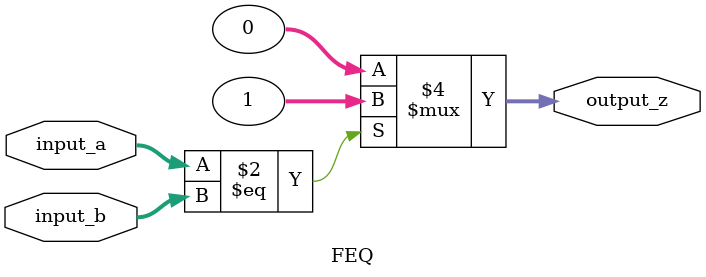
<source format=sv>
`timescale 1ns / 1ps


module FEQ(
	input logic [31:0] input_a,
	input logic [31:0] input_b,
        output logic [31:0] output_z);
    
     always_comb
     begin
        if(input_a == input_b) begin
            output_z = 1;
        end
        else begin 
            output_z = 0;
        end
     end 
endmodule

</source>
